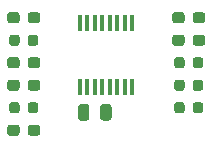
<source format=gtp>
G04 #@! TF.GenerationSoftware,KiCad,Pcbnew,(5.1.6-0-10_14)*
G04 #@! TF.CreationDate,2021-02-23T10:58:49+00:00*
G04 #@! TF.ProjectId,VR-Conditioner-MAX9926+reg,56522d43-6f6e-4646-9974-696f6e65722d,0.4*
G04 #@! TF.SameCoordinates,PX68c4118PY713e7a8*
G04 #@! TF.FileFunction,Paste,Top*
G04 #@! TF.FilePolarity,Positive*
%FSLAX46Y46*%
G04 Gerber Fmt 4.6, Leading zero omitted, Abs format (unit mm)*
G04 Created by KiCad (PCBNEW (5.1.6-0-10_14)) date 2021-02-23 10:58:49*
%MOMM*%
%LPD*%
G01*
G04 APERTURE LIST*
%ADD10R,0.354800X1.454899*%
G04 APERTURE END LIST*
G04 #@! TO.C,C20*
G36*
G01*
X2825000Y7241250D02*
X2825000Y6728750D01*
G75*
G02*
X2606250Y6510000I-218750J0D01*
G01*
X2168750Y6510000D01*
G75*
G02*
X1950000Y6728750I0J218750D01*
G01*
X1950000Y7241250D01*
G75*
G02*
X2168750Y7460000I218750J0D01*
G01*
X2606250Y7460000D01*
G75*
G02*
X2825000Y7241250I0J-218750D01*
G01*
G37*
G36*
G01*
X4400000Y7241250D02*
X4400000Y6728750D01*
G75*
G02*
X4181250Y6510000I-218750J0D01*
G01*
X3743750Y6510000D01*
G75*
G02*
X3525000Y6728750I0J218750D01*
G01*
X3525000Y7241250D01*
G75*
G02*
X3743750Y7460000I218750J0D01*
G01*
X4181250Y7460000D01*
G75*
G02*
X4400000Y7241250I0J-218750D01*
G01*
G37*
G04 #@! TD*
G04 #@! TO.C,C10*
G36*
G01*
X3525000Y12443750D02*
X3525000Y12956250D01*
G75*
G02*
X3743750Y13175000I218750J0D01*
G01*
X4181250Y13175000D01*
G75*
G02*
X4400000Y12956250I0J-218750D01*
G01*
X4400000Y12443750D01*
G75*
G02*
X4181250Y12225000I-218750J0D01*
G01*
X3743750Y12225000D01*
G75*
G02*
X3525000Y12443750I0J218750D01*
G01*
G37*
G36*
G01*
X1950000Y12443750D02*
X1950000Y12956250D01*
G75*
G02*
X2168750Y13175000I218750J0D01*
G01*
X2606250Y13175000D01*
G75*
G02*
X2825000Y12956250I0J-218750D01*
G01*
X2825000Y12443750D01*
G75*
G02*
X2606250Y12225000I-218750J0D01*
G01*
X2168750Y12225000D01*
G75*
G02*
X1950000Y12443750I0J218750D01*
G01*
G37*
G04 #@! TD*
G04 #@! TO.C,C4*
G36*
G01*
X9642500Y6138750D02*
X9642500Y7051250D01*
G75*
G02*
X9886250Y7295000I243750J0D01*
G01*
X10373750Y7295000D01*
G75*
G02*
X10617500Y7051250I0J-243750D01*
G01*
X10617500Y6138750D01*
G75*
G02*
X10373750Y5895000I-243750J0D01*
G01*
X9886250Y5895000D01*
G75*
G02*
X9642500Y6138750I0J243750D01*
G01*
G37*
G36*
G01*
X7767500Y6138750D02*
X7767500Y7051250D01*
G75*
G02*
X8011250Y7295000I243750J0D01*
G01*
X8498750Y7295000D01*
G75*
G02*
X8742500Y7051250I0J-243750D01*
G01*
X8742500Y6138750D01*
G75*
G02*
X8498750Y5895000I-243750J0D01*
G01*
X8011250Y5895000D01*
G75*
G02*
X7767500Y6138750I0J243750D01*
G01*
G37*
G04 #@! TD*
G04 #@! TO.C,C3*
G36*
G01*
X16795000Y11051250D02*
X16795000Y10538750D01*
G75*
G02*
X16576250Y10320000I-218750J0D01*
G01*
X16138750Y10320000D01*
G75*
G02*
X15920000Y10538750I0J218750D01*
G01*
X15920000Y11051250D01*
G75*
G02*
X16138750Y11270000I218750J0D01*
G01*
X16576250Y11270000D01*
G75*
G02*
X16795000Y11051250I0J-218750D01*
G01*
G37*
G36*
G01*
X18370000Y11051250D02*
X18370000Y10538750D01*
G75*
G02*
X18151250Y10320000I-218750J0D01*
G01*
X17713750Y10320000D01*
G75*
G02*
X17495000Y10538750I0J218750D01*
G01*
X17495000Y11051250D01*
G75*
G02*
X17713750Y11270000I218750J0D01*
G01*
X18151250Y11270000D01*
G75*
G02*
X18370000Y11051250I0J-218750D01*
G01*
G37*
G04 #@! TD*
G04 #@! TO.C,C2*
G36*
G01*
X16795000Y9146250D02*
X16795000Y8633750D01*
G75*
G02*
X16576250Y8415000I-218750J0D01*
G01*
X16138750Y8415000D01*
G75*
G02*
X15920000Y8633750I0J218750D01*
G01*
X15920000Y9146250D01*
G75*
G02*
X16138750Y9365000I218750J0D01*
G01*
X16576250Y9365000D01*
G75*
G02*
X16795000Y9146250I0J-218750D01*
G01*
G37*
G36*
G01*
X18370000Y9146250D02*
X18370000Y8633750D01*
G75*
G02*
X18151250Y8415000I-218750J0D01*
G01*
X17713750Y8415000D01*
G75*
G02*
X17495000Y8633750I0J218750D01*
G01*
X17495000Y9146250D01*
G75*
G02*
X17713750Y9365000I218750J0D01*
G01*
X18151250Y9365000D01*
G75*
G02*
X18370000Y9146250I0J-218750D01*
G01*
G37*
G04 #@! TD*
G04 #@! TO.C,C1*
G36*
G01*
X16795000Y7241250D02*
X16795000Y6728750D01*
G75*
G02*
X16576250Y6510000I-218750J0D01*
G01*
X16138750Y6510000D01*
G75*
G02*
X15920000Y6728750I0J218750D01*
G01*
X15920000Y7241250D01*
G75*
G02*
X16138750Y7460000I218750J0D01*
G01*
X16576250Y7460000D01*
G75*
G02*
X16795000Y7241250I0J-218750D01*
G01*
G37*
G36*
G01*
X18370000Y7241250D02*
X18370000Y6728750D01*
G75*
G02*
X18151250Y6510000I-218750J0D01*
G01*
X17713750Y6510000D01*
G75*
G02*
X17495000Y6728750I0J218750D01*
G01*
X17495000Y7241250D01*
G75*
G02*
X17713750Y7460000I218750J0D01*
G01*
X18151250Y7460000D01*
G75*
G02*
X18370000Y7241250I0J-218750D01*
G01*
G37*
G04 #@! TD*
G04 #@! TO.C,R22*
G36*
G01*
X3525000Y8652500D02*
X3525000Y9127500D01*
G75*
G02*
X3762500Y9365000I237500J0D01*
G01*
X4337500Y9365000D01*
G75*
G02*
X4575000Y9127500I0J-237500D01*
G01*
X4575000Y8652500D01*
G75*
G02*
X4337500Y8415000I-237500J0D01*
G01*
X3762500Y8415000D01*
G75*
G02*
X3525000Y8652500I0J237500D01*
G01*
G37*
G36*
G01*
X1775000Y8652500D02*
X1775000Y9127500D01*
G75*
G02*
X2012500Y9365000I237500J0D01*
G01*
X2587500Y9365000D01*
G75*
G02*
X2825000Y9127500I0J-237500D01*
G01*
X2825000Y8652500D01*
G75*
G02*
X2587500Y8415000I-237500J0D01*
G01*
X2012500Y8415000D01*
G75*
G02*
X1775000Y8652500I0J237500D01*
G01*
G37*
G04 #@! TD*
D10*
G04 #@! TO.C,U1*
X12382500Y8708652D03*
X11747500Y8708652D03*
X11112500Y8708652D03*
X10477500Y8708652D03*
X9842500Y8708652D03*
X9207500Y8708652D03*
X8572500Y8708652D03*
X7937500Y8708652D03*
X7937500Y14151348D03*
X8572500Y14151348D03*
X9207500Y14151348D03*
X9842500Y14151348D03*
X10477500Y14151348D03*
X11112500Y14151348D03*
X11747500Y14151348D03*
X12382500Y14151348D03*
G04 #@! TD*
G04 #@! TO.C,R21*
G36*
G01*
X2825000Y5317500D02*
X2825000Y4842500D01*
G75*
G02*
X2587500Y4605000I-237500J0D01*
G01*
X2012500Y4605000D01*
G75*
G02*
X1775000Y4842500I0J237500D01*
G01*
X1775000Y5317500D01*
G75*
G02*
X2012500Y5555000I237500J0D01*
G01*
X2587500Y5555000D01*
G75*
G02*
X2825000Y5317500I0J-237500D01*
G01*
G37*
G36*
G01*
X4575000Y5317500D02*
X4575000Y4842500D01*
G75*
G02*
X4337500Y4605000I-237500J0D01*
G01*
X3762500Y4605000D01*
G75*
G02*
X3525000Y4842500I0J237500D01*
G01*
X3525000Y5317500D01*
G75*
G02*
X3762500Y5555000I237500J0D01*
G01*
X4337500Y5555000D01*
G75*
G02*
X4575000Y5317500I0J-237500D01*
G01*
G37*
G04 #@! TD*
G04 #@! TO.C,R20*
G36*
G01*
X16795000Y12937500D02*
X16795000Y12462500D01*
G75*
G02*
X16557500Y12225000I-237500J0D01*
G01*
X15982500Y12225000D01*
G75*
G02*
X15745000Y12462500I0J237500D01*
G01*
X15745000Y12937500D01*
G75*
G02*
X15982500Y13175000I237500J0D01*
G01*
X16557500Y13175000D01*
G75*
G02*
X16795000Y12937500I0J-237500D01*
G01*
G37*
G36*
G01*
X18545000Y12937500D02*
X18545000Y12462500D01*
G75*
G02*
X18307500Y12225000I-237500J0D01*
G01*
X17732500Y12225000D01*
G75*
G02*
X17495000Y12462500I0J237500D01*
G01*
X17495000Y12937500D01*
G75*
G02*
X17732500Y13175000I237500J0D01*
G01*
X18307500Y13175000D01*
G75*
G02*
X18545000Y12937500I0J-237500D01*
G01*
G37*
G04 #@! TD*
G04 #@! TO.C,R12*
G36*
G01*
X3525000Y14367500D02*
X3525000Y14842500D01*
G75*
G02*
X3762500Y15080000I237500J0D01*
G01*
X4337500Y15080000D01*
G75*
G02*
X4575000Y14842500I0J-237500D01*
G01*
X4575000Y14367500D01*
G75*
G02*
X4337500Y14130000I-237500J0D01*
G01*
X3762500Y14130000D01*
G75*
G02*
X3525000Y14367500I0J237500D01*
G01*
G37*
G36*
G01*
X1775000Y14367500D02*
X1775000Y14842500D01*
G75*
G02*
X2012500Y15080000I237500J0D01*
G01*
X2587500Y15080000D01*
G75*
G02*
X2825000Y14842500I0J-237500D01*
G01*
X2825000Y14367500D01*
G75*
G02*
X2587500Y14130000I-237500J0D01*
G01*
X2012500Y14130000D01*
G75*
G02*
X1775000Y14367500I0J237500D01*
G01*
G37*
G04 #@! TD*
G04 #@! TO.C,R11*
G36*
G01*
X3525000Y10557500D02*
X3525000Y11032500D01*
G75*
G02*
X3762500Y11270000I237500J0D01*
G01*
X4337500Y11270000D01*
G75*
G02*
X4575000Y11032500I0J-237500D01*
G01*
X4575000Y10557500D01*
G75*
G02*
X4337500Y10320000I-237500J0D01*
G01*
X3762500Y10320000D01*
G75*
G02*
X3525000Y10557500I0J237500D01*
G01*
G37*
G36*
G01*
X1775000Y10557500D02*
X1775000Y11032500D01*
G75*
G02*
X2012500Y11270000I237500J0D01*
G01*
X2587500Y11270000D01*
G75*
G02*
X2825000Y11032500I0J-237500D01*
G01*
X2825000Y10557500D01*
G75*
G02*
X2587500Y10320000I-237500J0D01*
G01*
X2012500Y10320000D01*
G75*
G02*
X1775000Y10557500I0J237500D01*
G01*
G37*
G04 #@! TD*
G04 #@! TO.C,R10*
G36*
G01*
X16795000Y14842500D02*
X16795000Y14367500D01*
G75*
G02*
X16557500Y14130000I-237500J0D01*
G01*
X15982500Y14130000D01*
G75*
G02*
X15745000Y14367500I0J237500D01*
G01*
X15745000Y14842500D01*
G75*
G02*
X15982500Y15080000I237500J0D01*
G01*
X16557500Y15080000D01*
G75*
G02*
X16795000Y14842500I0J-237500D01*
G01*
G37*
G36*
G01*
X18545000Y14842500D02*
X18545000Y14367500D01*
G75*
G02*
X18307500Y14130000I-237500J0D01*
G01*
X17732500Y14130000D01*
G75*
G02*
X17495000Y14367500I0J237500D01*
G01*
X17495000Y14842500D01*
G75*
G02*
X17732500Y15080000I237500J0D01*
G01*
X18307500Y15080000D01*
G75*
G02*
X18545000Y14842500I0J-237500D01*
G01*
G37*
G04 #@! TD*
M02*

</source>
